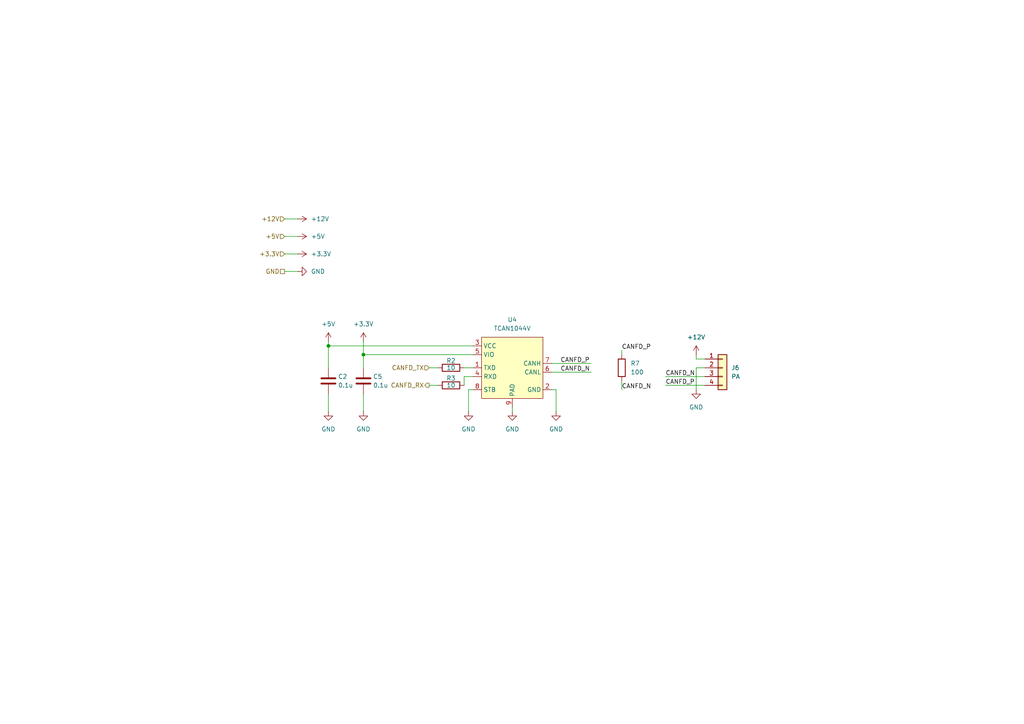
<source format=kicad_sch>
(kicad_sch (version 20250114) (generator "eeschema") (generator_version "9.0")
  (paper "A4")
  (lib_symbols
    (symbol "Connector_Generic:Conn_01x04" (pin_names (offset 1.016) (hide yes))
      (property "Reference" "J" (at 0 5.08 0))
      (property "Value" "Conn_01x04" (at 0 -7.62 0))
      (symbol "Conn_01x04_1_1"
        (rectangle (start -1.27 3.81) (end 1.27 -6.35) (stroke (width 0.254)) (fill (type background)))
        (rectangle (start -1.27 2.667) (end 0 2.413) (stroke (width 0.1524)))
        (rectangle (start -1.27 0.127) (end 0 -0.127) (stroke (width 0.1524)))
        (rectangle (start -1.27 -2.413) (end 0 -2.667) (stroke (width 0.1524)))
        (rectangle (start -1.27 -4.953) (end 0 -5.207) (stroke (width 0.1524)))
        (pin passive line (at -5.08 2.54 0) (length 3.81) (name "Pin_1") (number "1"))
        (pin passive line (at -5.08 0 0) (length 3.81) (name "Pin_2") (number "2"))
        (pin passive line (at -5.08 -2.54 0) (length 3.81) (name "Pin_3") (number "3"))
        (pin passive line (at -5.08 -5.08 0) (length 3.81) (name "Pin_4") (number "4"))
      )
    )
    (symbol "Device:C" (pin_numbers (hide yes)) (pin_names (offset 0.254))
      (property "Reference" "C" (at 0.635 2.54 0))
      (property "Value" "C" (at 0.635 -2.54 0))
      (symbol "C_0_1"
        (polyline (pts (xy -2.032 0.762) (xy 2.032 0.762)) (stroke (width 0.508)))
        (polyline (pts (xy -2.032 -0.762) (xy 2.032 -0.762)) (stroke (width 0.508)))
      )
      (symbol "C_1_1"
        (pin passive line (at 0 3.81 270) (length 2.794) (name "~") (number "1"))
        (pin passive line (at 0 -3.81 90) (length 2.794) (name "~") (number "2"))
      )
    )
    (symbol "Device:R" (pin_numbers (hide yes)) (pin_names (offset 0))
      (property "Reference" "R" (at 2.032 0 90))
      (property "Value" "R" (at 0 0 90))
      (symbol "R_0_1"
        (rectangle (start -1.016 -2.54) (end 1.016 2.54) (stroke (width 0.254)))
      )
      (symbol "R_1_1"
        (pin passive line (at 0 3.81 270) (length 1.27) (name "~") (number "1"))
        (pin passive line (at 0 -3.81 90) (length 1.27) (name "~") (number "2"))
      )
    )
    (symbol "mylib:TCAN1044V"
      (property "Reference" "U" (at 0 9.652 0))
      (property "Value" "TCAN1044V" (at 0 7.62 0))
      (symbol "TCAN1044V_1_1"
        (rectangle (start -8.89 6.35) (end 8.89 -11.43) (fill (type background)))
        (pin power_in line (at -11.43 3.81 0) (length 2.54) (name "VCC") (number "3"))
        (pin power_in line (at -11.43 1.27 0) (length 2.54) (name "VIO") (number "5"))
        (pin input line (at -11.43 -2.54 0) (length 2.54) (name "TXD") (number "1"))
        (pin output line (at -11.43 -5.08 0) (length 2.54) (name "RXD") (number "4"))
        (pin input line (at -11.43 -8.89 0) (length 2.54) (name "STB") (number "8"))
        (pin power_in line (at 0 -13.97 90) (length 2.54) (name "PAD") (number "9"))
        (pin bidirectional line (at 11.43 -1.27 180) (length 2.54) (name "CANH") (number "7"))
        (pin bidirectional line (at 11.43 -3.81 180) (length 2.54) (name "CANL") (number "6"))
        (pin power_in line (at 11.43 -8.89 180) (length 2.54) (name "GND") (number "2"))
      )
    )
    (symbol "power:+12V" (power) (pin_numbers (hide yes)) (pin_names (offset 0) (hide yes))
      (property "Value" "+12V" (at 0 3.556 0))
      (symbol "+12V_0_1"
        (polyline (pts (xy -0.762 1.27) (xy 0 2.54)))
        (polyline (pts (xy 0 2.54) (xy 0.762 1.27)))
        (polyline (pts (xy 0 0) (xy 0 2.54)))
      )
      (symbol "+12V_1_1"
        (pin power_in line (at 0 0 90) (length 0) (name "~") (number "1"))
      )
    )
    (symbol "power:+3.3V" (power) (pin_numbers (hide yes)) (pin_names (offset 0) (hide yes))
      (property "Value" "+3.3V" (at 0 3.556 0))
      (symbol "+3.3V_0_1"
        (polyline (pts (xy -0.762 1.27) (xy 0 2.54)))
        (polyline (pts (xy 0 2.54) (xy 0.762 1.27)))
        (polyline (pts (xy 0 0) (xy 0 2.54)))
      )
      (symbol "+3.3V_1_1"
        (pin power_in line (at 0 0 90) (length 0) (name "~") (number "1"))
      )
    )
    (symbol "power:+5V" (power) (pin_numbers (hide yes)) (pin_names (offset 0) (hide yes))
      (property "Value" "+5V" (at 0 3.556 0))
      (symbol "+5V_0_1"
        (polyline (pts (xy -0.762 1.27) (xy 0 2.54)))
        (polyline (pts (xy 0 2.54) (xy 0.762 1.27)))
        (polyline (pts (xy 0 0) (xy 0 2.54)))
      )
      (symbol "+5V_1_1"
        (pin power_in line (at 0 0 90) (length 0) (name "~") (number "1"))
      )
    )
    (symbol "power:GND" (power) (pin_numbers (hide yes)) (pin_names (offset 0) (hide yes))
      (property "Value" "GND" (at 0 -3.81 0))
      (symbol "GND_0_1"
        (polyline (pts (xy 0 0) (xy 0 -1.27) (xy 1.27 -1.27) (xy 0 -2.54) (xy -1.27 -1.27) (xy 0 -1.27)))
      )
      (symbol "GND_1_1"
        (pin power_in line (at 0 0 270) (length 0) (name "~") (number "1"))
      )
    )
  )
  (junction (at 95.25 100.33))
  (junction (at 105.41 102.87))
  (wire (pts (xy 95.25 114.3) (xy 95.25 119.38)))
  (wire (pts (xy 82.55 63.5) (xy 86.36 63.5)))
  (wire (pts (xy 124.46 111.76) (xy 127 111.76)))
  (wire (pts (xy 160.02 107.95) (xy 171.45 107.95)))
  (wire (pts (xy 105.41 99.06) (xy 105.41 102.87)))
  (wire (pts (xy 180.34 110.49) (xy 180.34 113.03)))
  (wire (pts (xy 201.93 104.14) (xy 201.93 102.87)))
  (wire (pts (xy 137.16 100.33) (xy 95.25 100.33)))
  (wire (pts (xy 180.34 101.6) (xy 180.34 102.87)))
  (wire (pts (xy 135.89 113.03) (xy 137.16 113.03)))
  (wire (pts (xy 134.62 109.22) (xy 137.16 109.22)))
  (wire (pts (xy 201.93 106.68) (xy 201.93 113.03)))
  (wire (pts (xy 82.55 68.58) (xy 86.36 68.58)))
  (wire (pts (xy 124.46 106.68) (xy 127 106.68)))
  (wire (pts (xy 82.55 73.66) (xy 86.36 73.66)))
  (wire (pts (xy 134.62 106.68) (xy 137.16 106.68)))
  (wire (pts (xy 82.55 78.74) (xy 86.36 78.74)))
  (wire (pts (xy 193.04 111.76) (xy 204.47 111.76)))
  (wire (pts (xy 161.29 113.03) (xy 160.02 113.03)))
  (wire (pts (xy 95.25 100.33) (xy 95.25 106.68)))
  (wire (pts (xy 148.59 118.11) (xy 148.59 119.38)))
  (wire (pts (xy 137.16 102.87) (xy 105.41 102.87)))
  (wire (pts (xy 204.47 106.68) (xy 201.93 106.68)))
  (wire (pts (xy 193.04 109.22) (xy 204.47 109.22)))
  (wire (pts (xy 105.41 114.3) (xy 105.41 119.38)))
  (wire (pts (xy 160.02 105.41) (xy 171.45 105.41)))
  (wire (pts (xy 204.47 104.14) (xy 201.93 104.14)))
  (wire (pts (xy 161.29 119.38) (xy 161.29 113.03)))
  (wire (pts (xy 95.25 99.06) (xy 95.25 100.33)))
  (wire (pts (xy 105.41 102.87) (xy 105.41 106.68)))
  (wire (pts (xy 134.62 109.22) (xy 134.62 111.76)))
  (wire (pts (xy 135.89 119.38) (xy 135.89 113.03)))
  (label "CANFD_N" (at 162.56 107.95 0))
  (label "CANFD_P" (at 162.56 105.41 0))
  (label "CANFD_P" (at 193.04 111.76 0))
  (label "CANFD_N" (at 193.04 109.22 0))
  (label "CANFD_P" (at 180.34 101.6 0))
  (label "CANFD_N" (at 180.34 113.03 0))
  (hierarchical_label "+12V" (shape input) (at 82.55 63.5 180))
  (hierarchical_label "CANFD_TX" (shape input) (at 124.46 106.68 180))
  (hierarchical_label "CANFD_RX" (shape output) (at 124.46 111.76 180))
  (hierarchical_label "+3.3V" (shape input) (at 82.55 73.66 180))
  (hierarchical_label "+5V" (shape input) (at 82.55 68.58 180))
  (hierarchical_label "GND" (shape passive) (at 82.55 78.74 180))
  (symbol (lib_id "Device:R") (at 130.81 111.76 90) (unit 1)
    (property "Reference" "R3" (at 130.81 109.728 90))
    (property "Value" "10" (at 130.81 111.76 90))
    (property "Footprint" "Resistor_SMD:R_0402_1005Metric" (effects (hide yes)))
    (property "Description" "Resistor" (effects (hide yes)))
    (instances (project "Mother_v1_0_0" (path "" (reference "R3") (unit 1)) (path "" (reference "R5") (unit 1)) (path "" (reference "R9") (unit 1))))
  )
  (symbol (lib_id "power:GND") (at 86.36 78.74 90) (unit 1)
    (property "Reference" "#PWR06" (effects (hide yes)))
    (property "Value" "GND" (at 90.17 78.7399 90) (effects (justify right)))
    (property "Description" "Power symbol creates a global label with name \"GND\" , ground" (effects (hide yes)))
    (instances (project "Mother_v1_0_0" (path "" (reference "#PWR06") (unit 1)) (path "" (reference "#PWR017") (unit 1)) (path "" (reference "#PWR034") (unit 1))))
  )
  (symbol (lib_id "power:GND") (at 135.89 119.38 0) (unit 1)
    (property "Reference" "#PWR013" (effects (hide yes)))
    (property "Value" "GND" (at 135.89 124.46 0))
    (property "Description" "Power symbol creates a global label with name \"GND\" , ground" (effects (hide yes)))
    (instances (project "Mother_v1_0_0" (path "" (reference "#PWR013") (unit 1)) (path "" (reference "#PWR022") (unit 1)) (path "" (reference "#PWR039") (unit 1))))
  )
  (symbol (lib_id "power:+5V") (at 95.25 99.06 0) (unit 1)
    (property "Reference" "#PWR07" (effects (hide yes)))
    (property "Value" "+5V" (at 95.25 93.98 0))
    (property "Description" "Power symbol creates a global label with name \"+5V\"" (effects (hide yes)))
    (instances (project "Mother_v1_0_0" (path "" (reference "#PWR07") (unit 1)) (path "" (reference "#PWR018") (unit 1)) (path "" (reference "#PWR035") (unit 1))))
  )
  (symbol (lib_id "power:GND") (at 201.93 113.03 0) (unit 1)
    (property "Reference" "#PWR030" (effects (hide yes)))
    (property "Value" "GND" (at 201.93 118.11 0))
    (property "Description" "Power symbol creates a global label with name \"GND\" , ground" (effects (hide yes)))
    (instances (project "Mother_v1_0_0" (path "" (reference "#PWR030") (unit 1)) (path "" (reference "#PWR026") (unit 1)) (path "" (reference "#PWR0131") (unit 1))))
  )
  (symbol (lib_id "Device:C") (at 105.41 110.49 0) (unit 1)
    (property "Reference" "C5" (at 108.204 109.22 0) (effects (justify left)))
    (property "Value" "0.1u" (at 108.204 111.76 0) (effects (justify left)))
    (property "Footprint" "Capacitor_SMD:C_0402_1005Metric" (effects (hide yes)))
    (property "Description" "Unpolarized capacitor" (effects (hide yes)))
    (instances (project "Mother_v1_0_0" (path "" (reference "C5") (unit 1)) (path "" (reference "C4") (unit 1)) (path "" (reference "C43") (unit 1))))
  )
  (symbol (lib_id "Device:C") (at 95.25 110.49 0) (unit 1)
    (property "Reference" "C2" (at 98.044 109.22 0) (effects (justify left)))
    (property "Value" "0.1u" (at 98.044 111.76 0) (effects (justify left)))
    (property "Footprint" "Capacitor_SMD:C_0402_1005Metric" (effects (hide yes)))
    (property "Description" "Unpolarized capacitor" (effects (hide yes)))
    (instances (project "Mother_v1_0_0" (path "" (reference "C2") (unit 1)) (path "" (reference "C3") (unit 1)) (path "" (reference "C6") (unit 1))))
  )
  (symbol (lib_id "power:GND") (at 95.25 119.38 0) (unit 1)
    (property "Reference" "#PWR010" (effects (hide yes)))
    (property "Value" "GND" (at 95.25 124.46 0))
    (property "Description" "Power symbol creates a global label with name \"GND\" , ground" (effects (hide yes)))
    (instances (project "Mother_v1_0_0" (path "" (reference "#PWR010") (unit 1)) (path "" (reference "#PWR019") (unit 1)) (path "" (reference "#PWR036") (unit 1))))
  )
  (symbol (lib_id "mylib:TCAN1044V") (at 148.59 104.14 0) (unit 1)
    (property "Reference" "U4" (at 148.59 92.71 0))
    (property "Value" "TCAN1044V" (at 148.59 95.25 0))
    (property "Footprint" "Package_SON:VSON-8-1EP_3x3mm_P0.65mm_EP1.65x2.4mm" (effects (hide yes)))
    (instances (project "Mother_v1_0_0" (path "" (reference "U4") (unit 1)) (path "" (reference "U7") (unit 1)) (path "" (reference "U8") (unit 1))))
  )
  (symbol (lib_id "Device:R") (at 180.34 106.68 0) (unit 1)
    (property "Reference" "R7" (at 182.88 105.4099 0) (effects (justify left)))
    (property "Value" "100" (at 182.88 107.9499 0) (effects (justify left)))
    (property "Footprint" "Resistor_SMD:R_0402_1005Metric" (effects (hide yes)))
    (property "Description" "Resistor" (effects (hide yes)))
    (instances (project "Mother_v1_0_0" (path "" (reference "R7") (unit 1)) (path "" (reference "R6") (unit 1)) (path "" (reference "R50") (unit 1))))
  )
  (symbol (lib_id "power:+3.3V") (at 105.41 99.06 0) (unit 1)
    (property "Reference" "#PWR011" (effects (hide yes)))
    (property "Value" "+3.3V" (at 105.41 93.98 0))
    (property "Description" "Power symbol creates a global label with name \"+3.3V\"" (effects (hide yes)))
    (instances (project "Mother_v1_0_0" (path "" (reference "#PWR011") (unit 1)) (path "" (reference "#PWR020") (unit 1)) (path "" (reference "#PWR037") (unit 1))))
  )
  (symbol (lib_id "power:GND") (at 161.29 119.38 0) (unit 1)
    (property "Reference" "#PWR028" (effects (hide yes)))
    (property "Value" "GND" (at 161.29 124.46 0))
    (property "Description" "Power symbol creates a global label with name \"GND\" , ground" (effects (hide yes)))
    (instances (project "Mother_v1_0_0" (path "" (reference "#PWR028") (unit 1)) (path "" (reference "#PWR024") (unit 1)) (path "" (reference "#PWR0126") (unit 1))))
  )
  (symbol (lib_id "Connector_Generic:Conn_01x04") (at 209.55 106.68 0) (unit 1)
    (property "Reference" "J6" (at 212.09 106.6799 0) (effects (justify left)))
    (property "Value" "PA" (at 212.09 109.2199 0) (effects (justify left)))
    (property "Footprint" "mylib:S04B-PASK-2" (effects (hide yes)))
    (property "Description" "Generic connector, single row, 01x04, script generated (kicad-library-utils/schlib/autogen/connector/)" (effects (hide yes)))
    (instances (project "Mother_v1_0_0" (path "" (reference "J6") (unit 1)) (path "" (reference "J5") (unit 1)) (path "" (reference "J8") (unit 1))))
  )
  (symbol (lib_id "power:GND") (at 105.41 119.38 0) (unit 1)
    (property "Reference" "#PWR012" (effects (hide yes)))
    (property "Value" "GND" (at 105.41 124.46 0))
    (property "Description" "Power symbol creates a global label with name \"GND\" , ground" (effects (hide yes)))
    (instances (project "Mother_v1_0_0" (path "" (reference "#PWR012") (unit 1)) (path "" (reference "#PWR021") (unit 1)) (path "" (reference "#PWR038") (unit 1))))
  )
  (symbol (lib_id "power:GND") (at 148.59 119.38 0) (unit 1)
    (property "Reference" "#PWR027" (effects (hide yes)))
    (property "Value" "GND" (at 148.59 124.46 0))
    (property "Description" "Power symbol creates a global label with name \"GND\" , ground" (effects (hide yes)))
    (instances (project "Mother_v1_0_0" (path "" (reference "#PWR027") (unit 1)) (path "" (reference "#PWR023") (unit 1)) (path "" (reference "#PWR0125") (unit 1))))
  )
  (symbol (lib_id "power:+12V") (at 86.36 63.5 270) (unit 1)
    (property "Reference" "#PWR03" (effects (hide yes)))
    (property "Value" "+12V" (at 90.17 63.4999 90) (effects (justify left)))
    (property "Description" "Power symbol creates a global label with name \"+12V\"" (effects (hide yes)))
    (instances (project "Mother_v1_0_0" (path "" (reference "#PWR03") (unit 1)) (path "" (reference "#PWR014") (unit 1)) (path "" (reference "#PWR031") (unit 1))))
  )
  (symbol (lib_id "power:+3.3V") (at 86.36 73.66 270) (unit 1)
    (property "Reference" "#PWR05" (effects (hide yes)))
    (property "Value" "+3.3V" (at 90.17 73.6599 90) (effects (justify left)))
    (property "Description" "Power symbol creates a global label with name \"+3.3V\"" (effects (hide yes)))
    (instances (project "Mother_v1_0_0" (path "" (reference "#PWR05") (unit 1)) (path "" (reference "#PWR016") (unit 1)) (path "" (reference "#PWR033") (unit 1))))
  )
  (symbol (lib_id "power:+5V") (at 86.36 68.58 270) (unit 1)
    (property "Reference" "#PWR04" (effects (hide yes)))
    (property "Value" "+5V" (at 90.17 68.5799 90) (effects (justify left)))
    (property "Description" "Power symbol creates a global label with name \"+5V\"" (effects (hide yes)))
    (instances (project "Mother_v1_0_0" (path "" (reference "#PWR04") (unit 1)) (path "" (reference "#PWR015") (unit 1)) (path "" (reference "#PWR032") (unit 1))))
  )
  (symbol (lib_id "power:+12V") (at 201.93 102.87 0) (unit 1)
    (property "Reference" "#PWR029" (effects (hide yes)))
    (property "Value" "+12V" (at 201.93 97.79 0))
    (property "Description" "Power symbol creates a global label with name \"+12V\"" (effects (hide yes)))
    (instances (project "Mother_v1_0_0" (path "" (reference "#PWR029") (unit 1)) (path "" (reference "#PWR025") (unit 1)) (path "" (reference "#PWR0130") (unit 1))))
  )
  (symbol (lib_id "Device:R") (at 130.81 106.68 90) (unit 1)
    (property "Reference" "R2" (at 130.81 104.648 90))
    (property "Value" "10" (at 130.81 106.68 90))
    (property "Footprint" "Resistor_SMD:R_0402_1005Metric" (effects (hide yes)))
    (property "Description" "Resistor" (effects (hide yes)))
    (instances (project "Mother_v1_0_0" (path "" (reference "R2") (unit 1)) (path "" (reference "R4") (unit 1)) (path "" (reference "R8") (unit 1))))
  )
)
</source>
